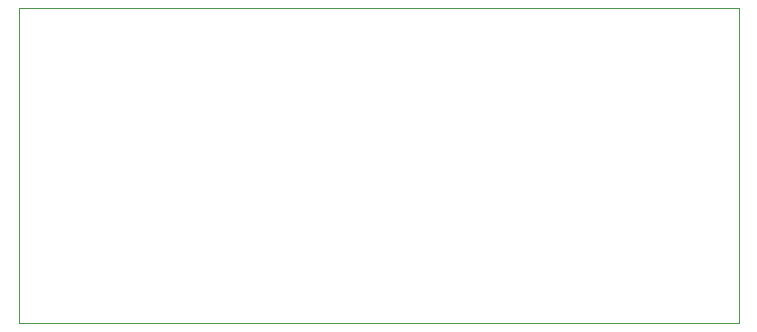
<source format=gbr>
%TF.GenerationSoftware,KiCad,Pcbnew,(6.0.7)*%
%TF.CreationDate,2022-09-27T15:13:33-05:00*%
%TF.ProjectId,adap1,61646170-312e-46b6-9963-61645f706362,rev?*%
%TF.SameCoordinates,Original*%
%TF.FileFunction,Profile,NP*%
%FSLAX46Y46*%
G04 Gerber Fmt 4.6, Leading zero omitted, Abs format (unit mm)*
G04 Created by KiCad (PCBNEW (6.0.7)) date 2022-09-27 15:13:33*
%MOMM*%
%LPD*%
G01*
G04 APERTURE LIST*
%TA.AperFunction,Profile*%
%ADD10C,0.100000*%
%TD*%
G04 APERTURE END LIST*
D10*
X190500000Y-105410000D02*
X129540000Y-105410000D01*
X129540000Y-105410000D02*
X129540000Y-78740000D01*
X129540000Y-78740000D02*
X190500000Y-78740000D01*
X190500000Y-78740000D02*
X190500000Y-105410000D01*
M02*

</source>
